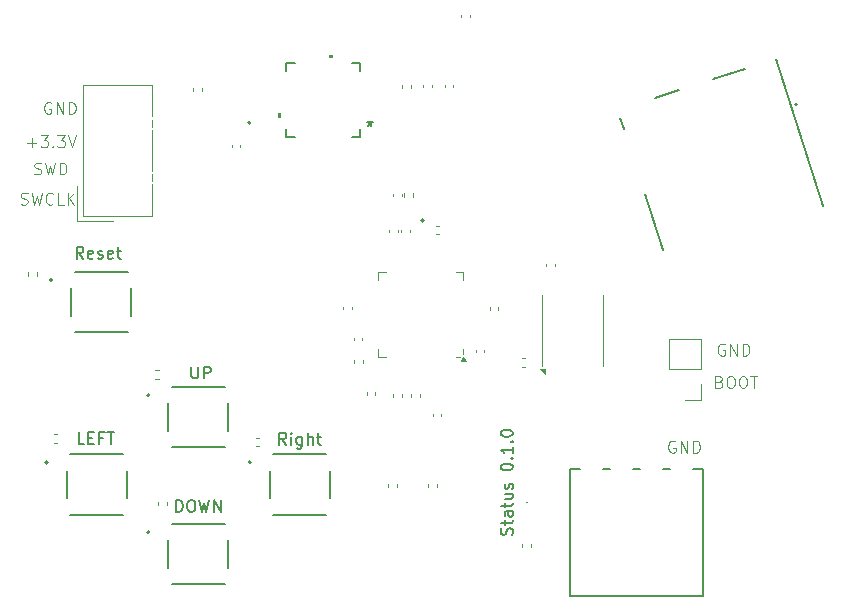
<source format=gbr>
%TF.GenerationSoftware,KiCad,Pcbnew,9.0.0*%
%TF.CreationDate,2025-05-31T20:06:25-04:00*%
%TF.ProjectId,status,73746174-7573-42e6-9b69-6361645f7063,rev?*%
%TF.SameCoordinates,Original*%
%TF.FileFunction,Legend,Top*%
%TF.FilePolarity,Positive*%
%FSLAX46Y46*%
G04 Gerber Fmt 4.6, Leading zero omitted, Abs format (unit mm)*
G04 Created by KiCad (PCBNEW 9.0.0) date 2025-05-31 20:06:25*
%MOMM*%
%LPD*%
G01*
G04 APERTURE LIST*
%ADD10C,0.200000*%
%ADD11C,0.125000*%
%ADD12C,0.120000*%
%ADD13C,0.150000*%
%ADD14C,0.100000*%
%ADD15C,0.127000*%
%ADD16C,0.152400*%
%ADD17C,0.000000*%
G04 APERTURE END LIST*
D10*
X118566101Y-93567219D02*
X118232768Y-93091028D01*
X117994673Y-93567219D02*
X117994673Y-92567219D01*
X117994673Y-92567219D02*
X118375625Y-92567219D01*
X118375625Y-92567219D02*
X118470863Y-92614838D01*
X118470863Y-92614838D02*
X118518482Y-92662457D01*
X118518482Y-92662457D02*
X118566101Y-92757695D01*
X118566101Y-92757695D02*
X118566101Y-92900552D01*
X118566101Y-92900552D02*
X118518482Y-92995790D01*
X118518482Y-92995790D02*
X118470863Y-93043409D01*
X118470863Y-93043409D02*
X118375625Y-93091028D01*
X118375625Y-93091028D02*
X117994673Y-93091028D01*
X119375625Y-93519600D02*
X119280387Y-93567219D01*
X119280387Y-93567219D02*
X119089911Y-93567219D01*
X119089911Y-93567219D02*
X118994673Y-93519600D01*
X118994673Y-93519600D02*
X118947054Y-93424361D01*
X118947054Y-93424361D02*
X118947054Y-93043409D01*
X118947054Y-93043409D02*
X118994673Y-92948171D01*
X118994673Y-92948171D02*
X119089911Y-92900552D01*
X119089911Y-92900552D02*
X119280387Y-92900552D01*
X119280387Y-92900552D02*
X119375625Y-92948171D01*
X119375625Y-92948171D02*
X119423244Y-93043409D01*
X119423244Y-93043409D02*
X119423244Y-93138647D01*
X119423244Y-93138647D02*
X118947054Y-93233885D01*
X119804197Y-93519600D02*
X119899435Y-93567219D01*
X119899435Y-93567219D02*
X120089911Y-93567219D01*
X120089911Y-93567219D02*
X120185149Y-93519600D01*
X120185149Y-93519600D02*
X120232768Y-93424361D01*
X120232768Y-93424361D02*
X120232768Y-93376742D01*
X120232768Y-93376742D02*
X120185149Y-93281504D01*
X120185149Y-93281504D02*
X120089911Y-93233885D01*
X120089911Y-93233885D02*
X119947054Y-93233885D01*
X119947054Y-93233885D02*
X119851816Y-93186266D01*
X119851816Y-93186266D02*
X119804197Y-93091028D01*
X119804197Y-93091028D02*
X119804197Y-93043409D01*
X119804197Y-93043409D02*
X119851816Y-92948171D01*
X119851816Y-92948171D02*
X119947054Y-92900552D01*
X119947054Y-92900552D02*
X120089911Y-92900552D01*
X120089911Y-92900552D02*
X120185149Y-92948171D01*
X121042292Y-93519600D02*
X120947054Y-93567219D01*
X120947054Y-93567219D02*
X120756578Y-93567219D01*
X120756578Y-93567219D02*
X120661340Y-93519600D01*
X120661340Y-93519600D02*
X120613721Y-93424361D01*
X120613721Y-93424361D02*
X120613721Y-93043409D01*
X120613721Y-93043409D02*
X120661340Y-92948171D01*
X120661340Y-92948171D02*
X120756578Y-92900552D01*
X120756578Y-92900552D02*
X120947054Y-92900552D01*
X120947054Y-92900552D02*
X121042292Y-92948171D01*
X121042292Y-92948171D02*
X121089911Y-93043409D01*
X121089911Y-93043409D02*
X121089911Y-93138647D01*
X121089911Y-93138647D02*
X120613721Y-93233885D01*
X121375626Y-92900552D02*
X121756578Y-92900552D01*
X121518483Y-92567219D02*
X121518483Y-93424361D01*
X121518483Y-93424361D02*
X121566102Y-93519600D01*
X121566102Y-93519600D02*
X121661340Y-93567219D01*
X121661340Y-93567219D02*
X121756578Y-93567219D01*
X126419673Y-115017219D02*
X126419673Y-114017219D01*
X126419673Y-114017219D02*
X126657768Y-114017219D01*
X126657768Y-114017219D02*
X126800625Y-114064838D01*
X126800625Y-114064838D02*
X126895863Y-114160076D01*
X126895863Y-114160076D02*
X126943482Y-114255314D01*
X126943482Y-114255314D02*
X126991101Y-114445790D01*
X126991101Y-114445790D02*
X126991101Y-114588647D01*
X126991101Y-114588647D02*
X126943482Y-114779123D01*
X126943482Y-114779123D02*
X126895863Y-114874361D01*
X126895863Y-114874361D02*
X126800625Y-114969600D01*
X126800625Y-114969600D02*
X126657768Y-115017219D01*
X126657768Y-115017219D02*
X126419673Y-115017219D01*
X127610149Y-114017219D02*
X127800625Y-114017219D01*
X127800625Y-114017219D02*
X127895863Y-114064838D01*
X127895863Y-114064838D02*
X127991101Y-114160076D01*
X127991101Y-114160076D02*
X128038720Y-114350552D01*
X128038720Y-114350552D02*
X128038720Y-114683885D01*
X128038720Y-114683885D02*
X127991101Y-114874361D01*
X127991101Y-114874361D02*
X127895863Y-114969600D01*
X127895863Y-114969600D02*
X127800625Y-115017219D01*
X127800625Y-115017219D02*
X127610149Y-115017219D01*
X127610149Y-115017219D02*
X127514911Y-114969600D01*
X127514911Y-114969600D02*
X127419673Y-114874361D01*
X127419673Y-114874361D02*
X127372054Y-114683885D01*
X127372054Y-114683885D02*
X127372054Y-114350552D01*
X127372054Y-114350552D02*
X127419673Y-114160076D01*
X127419673Y-114160076D02*
X127514911Y-114064838D01*
X127514911Y-114064838D02*
X127610149Y-114017219D01*
X128372054Y-114017219D02*
X128610149Y-115017219D01*
X128610149Y-115017219D02*
X128800625Y-114302933D01*
X128800625Y-114302933D02*
X128991101Y-115017219D01*
X128991101Y-115017219D02*
X129229197Y-114017219D01*
X129610149Y-115017219D02*
X129610149Y-114017219D01*
X129610149Y-114017219D02*
X130181577Y-115017219D01*
X130181577Y-115017219D02*
X130181577Y-114017219D01*
D11*
X115818712Y-80376538D02*
X115723474Y-80328919D01*
X115723474Y-80328919D02*
X115580617Y-80328919D01*
X115580617Y-80328919D02*
X115437760Y-80376538D01*
X115437760Y-80376538D02*
X115342522Y-80471776D01*
X115342522Y-80471776D02*
X115294903Y-80567014D01*
X115294903Y-80567014D02*
X115247284Y-80757490D01*
X115247284Y-80757490D02*
X115247284Y-80900347D01*
X115247284Y-80900347D02*
X115294903Y-81090823D01*
X115294903Y-81090823D02*
X115342522Y-81186061D01*
X115342522Y-81186061D02*
X115437760Y-81281300D01*
X115437760Y-81281300D02*
X115580617Y-81328919D01*
X115580617Y-81328919D02*
X115675855Y-81328919D01*
X115675855Y-81328919D02*
X115818712Y-81281300D01*
X115818712Y-81281300D02*
X115866331Y-81233680D01*
X115866331Y-81233680D02*
X115866331Y-80900347D01*
X115866331Y-80900347D02*
X115675855Y-80900347D01*
X116294903Y-81328919D02*
X116294903Y-80328919D01*
X116294903Y-80328919D02*
X116866331Y-81328919D01*
X116866331Y-81328919D02*
X116866331Y-80328919D01*
X117342522Y-81328919D02*
X117342522Y-80328919D01*
X117342522Y-80328919D02*
X117580617Y-80328919D01*
X117580617Y-80328919D02*
X117723474Y-80376538D01*
X117723474Y-80376538D02*
X117818712Y-80471776D01*
X117818712Y-80471776D02*
X117866331Y-80567014D01*
X117866331Y-80567014D02*
X117913950Y-80757490D01*
X117913950Y-80757490D02*
X117913950Y-80900347D01*
X117913950Y-80900347D02*
X117866331Y-81090823D01*
X117866331Y-81090823D02*
X117818712Y-81186061D01*
X117818712Y-81186061D02*
X117723474Y-81281300D01*
X117723474Y-81281300D02*
X117580617Y-81328919D01*
X117580617Y-81328919D02*
X117342522Y-81328919D01*
D12*
X168665851Y-109043998D02*
X168570613Y-108996379D01*
X168570613Y-108996379D02*
X168427756Y-108996379D01*
X168427756Y-108996379D02*
X168284899Y-109043998D01*
X168284899Y-109043998D02*
X168189661Y-109139236D01*
X168189661Y-109139236D02*
X168142042Y-109234474D01*
X168142042Y-109234474D02*
X168094423Y-109424950D01*
X168094423Y-109424950D02*
X168094423Y-109567807D01*
X168094423Y-109567807D02*
X168142042Y-109758283D01*
X168142042Y-109758283D02*
X168189661Y-109853521D01*
X168189661Y-109853521D02*
X168284899Y-109948760D01*
X168284899Y-109948760D02*
X168427756Y-109996379D01*
X168427756Y-109996379D02*
X168522994Y-109996379D01*
X168522994Y-109996379D02*
X168665851Y-109948760D01*
X168665851Y-109948760D02*
X168713470Y-109901140D01*
X168713470Y-109901140D02*
X168713470Y-109567807D01*
X168713470Y-109567807D02*
X168522994Y-109567807D01*
X169142042Y-109996379D02*
X169142042Y-108996379D01*
X169142042Y-108996379D02*
X169713470Y-109996379D01*
X169713470Y-109996379D02*
X169713470Y-108996379D01*
X170189661Y-109996379D02*
X170189661Y-108996379D01*
X170189661Y-108996379D02*
X170427756Y-108996379D01*
X170427756Y-108996379D02*
X170570613Y-109043998D01*
X170570613Y-109043998D02*
X170665851Y-109139236D01*
X170665851Y-109139236D02*
X170713470Y-109234474D01*
X170713470Y-109234474D02*
X170761089Y-109424950D01*
X170761089Y-109424950D02*
X170761089Y-109567807D01*
X170761089Y-109567807D02*
X170713470Y-109758283D01*
X170713470Y-109758283D02*
X170665851Y-109853521D01*
X170665851Y-109853521D02*
X170570613Y-109948760D01*
X170570613Y-109948760D02*
X170427756Y-109996379D01*
X170427756Y-109996379D02*
X170189661Y-109996379D01*
D10*
X135741101Y-109317219D02*
X135407768Y-108841028D01*
X135169673Y-109317219D02*
X135169673Y-108317219D01*
X135169673Y-108317219D02*
X135550625Y-108317219D01*
X135550625Y-108317219D02*
X135645863Y-108364838D01*
X135645863Y-108364838D02*
X135693482Y-108412457D01*
X135693482Y-108412457D02*
X135741101Y-108507695D01*
X135741101Y-108507695D02*
X135741101Y-108650552D01*
X135741101Y-108650552D02*
X135693482Y-108745790D01*
X135693482Y-108745790D02*
X135645863Y-108793409D01*
X135645863Y-108793409D02*
X135550625Y-108841028D01*
X135550625Y-108841028D02*
X135169673Y-108841028D01*
X136169673Y-109317219D02*
X136169673Y-108650552D01*
X136169673Y-108317219D02*
X136122054Y-108364838D01*
X136122054Y-108364838D02*
X136169673Y-108412457D01*
X136169673Y-108412457D02*
X136217292Y-108364838D01*
X136217292Y-108364838D02*
X136169673Y-108317219D01*
X136169673Y-108317219D02*
X136169673Y-108412457D01*
X137074434Y-108650552D02*
X137074434Y-109460076D01*
X137074434Y-109460076D02*
X137026815Y-109555314D01*
X137026815Y-109555314D02*
X136979196Y-109602933D01*
X136979196Y-109602933D02*
X136883958Y-109650552D01*
X136883958Y-109650552D02*
X136741101Y-109650552D01*
X136741101Y-109650552D02*
X136645863Y-109602933D01*
X137074434Y-109269600D02*
X136979196Y-109317219D01*
X136979196Y-109317219D02*
X136788720Y-109317219D01*
X136788720Y-109317219D02*
X136693482Y-109269600D01*
X136693482Y-109269600D02*
X136645863Y-109221980D01*
X136645863Y-109221980D02*
X136598244Y-109126742D01*
X136598244Y-109126742D02*
X136598244Y-108841028D01*
X136598244Y-108841028D02*
X136645863Y-108745790D01*
X136645863Y-108745790D02*
X136693482Y-108698171D01*
X136693482Y-108698171D02*
X136788720Y-108650552D01*
X136788720Y-108650552D02*
X136979196Y-108650552D01*
X136979196Y-108650552D02*
X137074434Y-108698171D01*
X137550625Y-109317219D02*
X137550625Y-108317219D01*
X137979196Y-109317219D02*
X137979196Y-108793409D01*
X137979196Y-108793409D02*
X137931577Y-108698171D01*
X137931577Y-108698171D02*
X137836339Y-108650552D01*
X137836339Y-108650552D02*
X137693482Y-108650552D01*
X137693482Y-108650552D02*
X137598244Y-108698171D01*
X137598244Y-108698171D02*
X137550625Y-108745790D01*
X138312530Y-108650552D02*
X138693482Y-108650552D01*
X138455387Y-108317219D02*
X138455387Y-109174361D01*
X138455387Y-109174361D02*
X138503006Y-109269600D01*
X138503006Y-109269600D02*
X138598244Y-109317219D01*
X138598244Y-109317219D02*
X138693482Y-109317219D01*
X154859600Y-116967945D02*
X154907219Y-116825088D01*
X154907219Y-116825088D02*
X154907219Y-116586993D01*
X154907219Y-116586993D02*
X154859600Y-116491755D01*
X154859600Y-116491755D02*
X154811980Y-116444136D01*
X154811980Y-116444136D02*
X154716742Y-116396517D01*
X154716742Y-116396517D02*
X154621504Y-116396517D01*
X154621504Y-116396517D02*
X154526266Y-116444136D01*
X154526266Y-116444136D02*
X154478647Y-116491755D01*
X154478647Y-116491755D02*
X154431028Y-116586993D01*
X154431028Y-116586993D02*
X154383409Y-116777469D01*
X154383409Y-116777469D02*
X154335790Y-116872707D01*
X154335790Y-116872707D02*
X154288171Y-116920326D01*
X154288171Y-116920326D02*
X154192933Y-116967945D01*
X154192933Y-116967945D02*
X154097695Y-116967945D01*
X154097695Y-116967945D02*
X154002457Y-116920326D01*
X154002457Y-116920326D02*
X153954838Y-116872707D01*
X153954838Y-116872707D02*
X153907219Y-116777469D01*
X153907219Y-116777469D02*
X153907219Y-116539374D01*
X153907219Y-116539374D02*
X153954838Y-116396517D01*
X154240552Y-116110802D02*
X154240552Y-115729850D01*
X153907219Y-115967945D02*
X154764361Y-115967945D01*
X154764361Y-115967945D02*
X154859600Y-115920326D01*
X154859600Y-115920326D02*
X154907219Y-115825088D01*
X154907219Y-115825088D02*
X154907219Y-115729850D01*
X154907219Y-114967945D02*
X154383409Y-114967945D01*
X154383409Y-114967945D02*
X154288171Y-115015564D01*
X154288171Y-115015564D02*
X154240552Y-115110802D01*
X154240552Y-115110802D02*
X154240552Y-115301278D01*
X154240552Y-115301278D02*
X154288171Y-115396516D01*
X154859600Y-114967945D02*
X154907219Y-115063183D01*
X154907219Y-115063183D02*
X154907219Y-115301278D01*
X154907219Y-115301278D02*
X154859600Y-115396516D01*
X154859600Y-115396516D02*
X154764361Y-115444135D01*
X154764361Y-115444135D02*
X154669123Y-115444135D01*
X154669123Y-115444135D02*
X154573885Y-115396516D01*
X154573885Y-115396516D02*
X154526266Y-115301278D01*
X154526266Y-115301278D02*
X154526266Y-115063183D01*
X154526266Y-115063183D02*
X154478647Y-114967945D01*
X154240552Y-114634611D02*
X154240552Y-114253659D01*
X153907219Y-114491754D02*
X154764361Y-114491754D01*
X154764361Y-114491754D02*
X154859600Y-114444135D01*
X154859600Y-114444135D02*
X154907219Y-114348897D01*
X154907219Y-114348897D02*
X154907219Y-114253659D01*
X154240552Y-113491754D02*
X154907219Y-113491754D01*
X154240552Y-113920325D02*
X154764361Y-113920325D01*
X154764361Y-113920325D02*
X154859600Y-113872706D01*
X154859600Y-113872706D02*
X154907219Y-113777468D01*
X154907219Y-113777468D02*
X154907219Y-113634611D01*
X154907219Y-113634611D02*
X154859600Y-113539373D01*
X154859600Y-113539373D02*
X154811980Y-113491754D01*
X154859600Y-113063182D02*
X154907219Y-112967944D01*
X154907219Y-112967944D02*
X154907219Y-112777468D01*
X154907219Y-112777468D02*
X154859600Y-112682230D01*
X154859600Y-112682230D02*
X154764361Y-112634611D01*
X154764361Y-112634611D02*
X154716742Y-112634611D01*
X154716742Y-112634611D02*
X154621504Y-112682230D01*
X154621504Y-112682230D02*
X154573885Y-112777468D01*
X154573885Y-112777468D02*
X154573885Y-112920325D01*
X154573885Y-112920325D02*
X154526266Y-113015563D01*
X154526266Y-113015563D02*
X154431028Y-113063182D01*
X154431028Y-113063182D02*
X154383409Y-113063182D01*
X154383409Y-113063182D02*
X154288171Y-113015563D01*
X154288171Y-113015563D02*
X154240552Y-112920325D01*
X154240552Y-112920325D02*
X154240552Y-112777468D01*
X154240552Y-112777468D02*
X154288171Y-112682230D01*
X153907219Y-111253658D02*
X153907219Y-111158420D01*
X153907219Y-111158420D02*
X153954838Y-111063182D01*
X153954838Y-111063182D02*
X154002457Y-111015563D01*
X154002457Y-111015563D02*
X154097695Y-110967944D01*
X154097695Y-110967944D02*
X154288171Y-110920325D01*
X154288171Y-110920325D02*
X154526266Y-110920325D01*
X154526266Y-110920325D02*
X154716742Y-110967944D01*
X154716742Y-110967944D02*
X154811980Y-111015563D01*
X154811980Y-111015563D02*
X154859600Y-111063182D01*
X154859600Y-111063182D02*
X154907219Y-111158420D01*
X154907219Y-111158420D02*
X154907219Y-111253658D01*
X154907219Y-111253658D02*
X154859600Y-111348896D01*
X154859600Y-111348896D02*
X154811980Y-111396515D01*
X154811980Y-111396515D02*
X154716742Y-111444134D01*
X154716742Y-111444134D02*
X154526266Y-111491753D01*
X154526266Y-111491753D02*
X154288171Y-111491753D01*
X154288171Y-111491753D02*
X154097695Y-111444134D01*
X154097695Y-111444134D02*
X154002457Y-111396515D01*
X154002457Y-111396515D02*
X153954838Y-111348896D01*
X153954838Y-111348896D02*
X153907219Y-111253658D01*
X154811980Y-110491753D02*
X154859600Y-110444134D01*
X154859600Y-110444134D02*
X154907219Y-110491753D01*
X154907219Y-110491753D02*
X154859600Y-110539372D01*
X154859600Y-110539372D02*
X154811980Y-110491753D01*
X154811980Y-110491753D02*
X154907219Y-110491753D01*
X154907219Y-109491754D02*
X154907219Y-110063182D01*
X154907219Y-109777468D02*
X153907219Y-109777468D01*
X153907219Y-109777468D02*
X154050076Y-109872706D01*
X154050076Y-109872706D02*
X154145314Y-109967944D01*
X154145314Y-109967944D02*
X154192933Y-110063182D01*
X154811980Y-109063182D02*
X154859600Y-109015563D01*
X154859600Y-109015563D02*
X154907219Y-109063182D01*
X154907219Y-109063182D02*
X154859600Y-109110801D01*
X154859600Y-109110801D02*
X154811980Y-109063182D01*
X154811980Y-109063182D02*
X154907219Y-109063182D01*
X153907219Y-108396516D02*
X153907219Y-108301278D01*
X153907219Y-108301278D02*
X153954838Y-108206040D01*
X153954838Y-108206040D02*
X154002457Y-108158421D01*
X154002457Y-108158421D02*
X154097695Y-108110802D01*
X154097695Y-108110802D02*
X154288171Y-108063183D01*
X154288171Y-108063183D02*
X154526266Y-108063183D01*
X154526266Y-108063183D02*
X154716742Y-108110802D01*
X154716742Y-108110802D02*
X154811980Y-108158421D01*
X154811980Y-108158421D02*
X154859600Y-108206040D01*
X154859600Y-108206040D02*
X154907219Y-108301278D01*
X154907219Y-108301278D02*
X154907219Y-108396516D01*
X154907219Y-108396516D02*
X154859600Y-108491754D01*
X154859600Y-108491754D02*
X154811980Y-108539373D01*
X154811980Y-108539373D02*
X154716742Y-108586992D01*
X154716742Y-108586992D02*
X154526266Y-108634611D01*
X154526266Y-108634611D02*
X154288171Y-108634611D01*
X154288171Y-108634611D02*
X154097695Y-108586992D01*
X154097695Y-108586992D02*
X154002457Y-108539373D01*
X154002457Y-108539373D02*
X153954838Y-108491754D01*
X153954838Y-108491754D02*
X153907219Y-108396516D01*
D11*
X113272712Y-88948500D02*
X113415569Y-88996119D01*
X113415569Y-88996119D02*
X113653664Y-88996119D01*
X113653664Y-88996119D02*
X113748902Y-88948500D01*
X113748902Y-88948500D02*
X113796521Y-88900880D01*
X113796521Y-88900880D02*
X113844140Y-88805642D01*
X113844140Y-88805642D02*
X113844140Y-88710404D01*
X113844140Y-88710404D02*
X113796521Y-88615166D01*
X113796521Y-88615166D02*
X113748902Y-88567547D01*
X113748902Y-88567547D02*
X113653664Y-88519928D01*
X113653664Y-88519928D02*
X113463188Y-88472309D01*
X113463188Y-88472309D02*
X113367950Y-88424690D01*
X113367950Y-88424690D02*
X113320331Y-88377071D01*
X113320331Y-88377071D02*
X113272712Y-88281833D01*
X113272712Y-88281833D02*
X113272712Y-88186595D01*
X113272712Y-88186595D02*
X113320331Y-88091357D01*
X113320331Y-88091357D02*
X113367950Y-88043738D01*
X113367950Y-88043738D02*
X113463188Y-87996119D01*
X113463188Y-87996119D02*
X113701283Y-87996119D01*
X113701283Y-87996119D02*
X113844140Y-88043738D01*
X114177474Y-87996119D02*
X114415569Y-88996119D01*
X114415569Y-88996119D02*
X114606045Y-88281833D01*
X114606045Y-88281833D02*
X114796521Y-88996119D01*
X114796521Y-88996119D02*
X115034617Y-87996119D01*
X115986997Y-88900880D02*
X115939378Y-88948500D01*
X115939378Y-88948500D02*
X115796521Y-88996119D01*
X115796521Y-88996119D02*
X115701283Y-88996119D01*
X115701283Y-88996119D02*
X115558426Y-88948500D01*
X115558426Y-88948500D02*
X115463188Y-88853261D01*
X115463188Y-88853261D02*
X115415569Y-88758023D01*
X115415569Y-88758023D02*
X115367950Y-88567547D01*
X115367950Y-88567547D02*
X115367950Y-88424690D01*
X115367950Y-88424690D02*
X115415569Y-88234214D01*
X115415569Y-88234214D02*
X115463188Y-88138976D01*
X115463188Y-88138976D02*
X115558426Y-88043738D01*
X115558426Y-88043738D02*
X115701283Y-87996119D01*
X115701283Y-87996119D02*
X115796521Y-87996119D01*
X115796521Y-87996119D02*
X115939378Y-88043738D01*
X115939378Y-88043738D02*
X115986997Y-88091357D01*
X116891759Y-88996119D02*
X116415569Y-88996119D01*
X116415569Y-88996119D02*
X116415569Y-87996119D01*
X117225093Y-88996119D02*
X117225093Y-87996119D01*
X117796521Y-88996119D02*
X117367950Y-88424690D01*
X117796521Y-87996119D02*
X117225093Y-88567547D01*
D10*
X127719673Y-102717219D02*
X127719673Y-103526742D01*
X127719673Y-103526742D02*
X127767292Y-103621980D01*
X127767292Y-103621980D02*
X127814911Y-103669600D01*
X127814911Y-103669600D02*
X127910149Y-103717219D01*
X127910149Y-103717219D02*
X128100625Y-103717219D01*
X128100625Y-103717219D02*
X128195863Y-103669600D01*
X128195863Y-103669600D02*
X128243482Y-103621980D01*
X128243482Y-103621980D02*
X128291101Y-103526742D01*
X128291101Y-103526742D02*
X128291101Y-102717219D01*
X128767292Y-103717219D02*
X128767292Y-102717219D01*
X128767292Y-102717219D02*
X129148244Y-102717219D01*
X129148244Y-102717219D02*
X129243482Y-102764838D01*
X129243482Y-102764838D02*
X129291101Y-102812457D01*
X129291101Y-102812457D02*
X129338720Y-102907695D01*
X129338720Y-102907695D02*
X129338720Y-103050552D01*
X129338720Y-103050552D02*
X129291101Y-103145790D01*
X129291101Y-103145790D02*
X129243482Y-103193409D01*
X129243482Y-103193409D02*
X129148244Y-103241028D01*
X129148244Y-103241028D02*
X128767292Y-103241028D01*
D12*
X172849651Y-100823798D02*
X172754413Y-100776179D01*
X172754413Y-100776179D02*
X172611556Y-100776179D01*
X172611556Y-100776179D02*
X172468699Y-100823798D01*
X172468699Y-100823798D02*
X172373461Y-100919036D01*
X172373461Y-100919036D02*
X172325842Y-101014274D01*
X172325842Y-101014274D02*
X172278223Y-101204750D01*
X172278223Y-101204750D02*
X172278223Y-101347607D01*
X172278223Y-101347607D02*
X172325842Y-101538083D01*
X172325842Y-101538083D02*
X172373461Y-101633321D01*
X172373461Y-101633321D02*
X172468699Y-101728560D01*
X172468699Y-101728560D02*
X172611556Y-101776179D01*
X172611556Y-101776179D02*
X172706794Y-101776179D01*
X172706794Y-101776179D02*
X172849651Y-101728560D01*
X172849651Y-101728560D02*
X172897270Y-101680940D01*
X172897270Y-101680940D02*
X172897270Y-101347607D01*
X172897270Y-101347607D02*
X172706794Y-101347607D01*
X173325842Y-101776179D02*
X173325842Y-100776179D01*
X173325842Y-100776179D02*
X173897270Y-101776179D01*
X173897270Y-101776179D02*
X173897270Y-100776179D01*
X174373461Y-101776179D02*
X174373461Y-100776179D01*
X174373461Y-100776179D02*
X174611556Y-100776179D01*
X174611556Y-100776179D02*
X174754413Y-100823798D01*
X174754413Y-100823798D02*
X174849651Y-100919036D01*
X174849651Y-100919036D02*
X174897270Y-101014274D01*
X174897270Y-101014274D02*
X174944889Y-101204750D01*
X174944889Y-101204750D02*
X174944889Y-101347607D01*
X174944889Y-101347607D02*
X174897270Y-101538083D01*
X174897270Y-101538083D02*
X174849651Y-101633321D01*
X174849651Y-101633321D02*
X174754413Y-101728560D01*
X174754413Y-101728560D02*
X174611556Y-101776179D01*
X174611556Y-101776179D02*
X174373461Y-101776179D01*
D11*
X114422712Y-86398500D02*
X114565569Y-86446119D01*
X114565569Y-86446119D02*
X114803664Y-86446119D01*
X114803664Y-86446119D02*
X114898902Y-86398500D01*
X114898902Y-86398500D02*
X114946521Y-86350880D01*
X114946521Y-86350880D02*
X114994140Y-86255642D01*
X114994140Y-86255642D02*
X114994140Y-86160404D01*
X114994140Y-86160404D02*
X114946521Y-86065166D01*
X114946521Y-86065166D02*
X114898902Y-86017547D01*
X114898902Y-86017547D02*
X114803664Y-85969928D01*
X114803664Y-85969928D02*
X114613188Y-85922309D01*
X114613188Y-85922309D02*
X114517950Y-85874690D01*
X114517950Y-85874690D02*
X114470331Y-85827071D01*
X114470331Y-85827071D02*
X114422712Y-85731833D01*
X114422712Y-85731833D02*
X114422712Y-85636595D01*
X114422712Y-85636595D02*
X114470331Y-85541357D01*
X114470331Y-85541357D02*
X114517950Y-85493738D01*
X114517950Y-85493738D02*
X114613188Y-85446119D01*
X114613188Y-85446119D02*
X114851283Y-85446119D01*
X114851283Y-85446119D02*
X114994140Y-85493738D01*
X115327474Y-85446119D02*
X115565569Y-86446119D01*
X115565569Y-86446119D02*
X115756045Y-85731833D01*
X115756045Y-85731833D02*
X115946521Y-86446119D01*
X115946521Y-86446119D02*
X116184617Y-85446119D01*
X116565569Y-86446119D02*
X116565569Y-85446119D01*
X116565569Y-85446119D02*
X116803664Y-85446119D01*
X116803664Y-85446119D02*
X116946521Y-85493738D01*
X116946521Y-85493738D02*
X117041759Y-85588976D01*
X117041759Y-85588976D02*
X117089378Y-85684214D01*
X117089378Y-85684214D02*
X117136997Y-85874690D01*
X117136997Y-85874690D02*
X117136997Y-86017547D01*
X117136997Y-86017547D02*
X117089378Y-86208023D01*
X117089378Y-86208023D02*
X117041759Y-86303261D01*
X117041759Y-86303261D02*
X116946521Y-86398500D01*
X116946521Y-86398500D02*
X116803664Y-86446119D01*
X116803664Y-86446119D02*
X116565569Y-86446119D01*
X172419607Y-103995309D02*
X172562464Y-104042928D01*
X172562464Y-104042928D02*
X172610083Y-104090547D01*
X172610083Y-104090547D02*
X172657702Y-104185785D01*
X172657702Y-104185785D02*
X172657702Y-104328642D01*
X172657702Y-104328642D02*
X172610083Y-104423880D01*
X172610083Y-104423880D02*
X172562464Y-104471500D01*
X172562464Y-104471500D02*
X172467226Y-104519119D01*
X172467226Y-104519119D02*
X172086274Y-104519119D01*
X172086274Y-104519119D02*
X172086274Y-103519119D01*
X172086274Y-103519119D02*
X172419607Y-103519119D01*
X172419607Y-103519119D02*
X172514845Y-103566738D01*
X172514845Y-103566738D02*
X172562464Y-103614357D01*
X172562464Y-103614357D02*
X172610083Y-103709595D01*
X172610083Y-103709595D02*
X172610083Y-103804833D01*
X172610083Y-103804833D02*
X172562464Y-103900071D01*
X172562464Y-103900071D02*
X172514845Y-103947690D01*
X172514845Y-103947690D02*
X172419607Y-103995309D01*
X172419607Y-103995309D02*
X172086274Y-103995309D01*
X173276750Y-103519119D02*
X173467226Y-103519119D01*
X173467226Y-103519119D02*
X173562464Y-103566738D01*
X173562464Y-103566738D02*
X173657702Y-103661976D01*
X173657702Y-103661976D02*
X173705321Y-103852452D01*
X173705321Y-103852452D02*
X173705321Y-104185785D01*
X173705321Y-104185785D02*
X173657702Y-104376261D01*
X173657702Y-104376261D02*
X173562464Y-104471500D01*
X173562464Y-104471500D02*
X173467226Y-104519119D01*
X173467226Y-104519119D02*
X173276750Y-104519119D01*
X173276750Y-104519119D02*
X173181512Y-104471500D01*
X173181512Y-104471500D02*
X173086274Y-104376261D01*
X173086274Y-104376261D02*
X173038655Y-104185785D01*
X173038655Y-104185785D02*
X173038655Y-103852452D01*
X173038655Y-103852452D02*
X173086274Y-103661976D01*
X173086274Y-103661976D02*
X173181512Y-103566738D01*
X173181512Y-103566738D02*
X173276750Y-103519119D01*
X174324369Y-103519119D02*
X174514845Y-103519119D01*
X174514845Y-103519119D02*
X174610083Y-103566738D01*
X174610083Y-103566738D02*
X174705321Y-103661976D01*
X174705321Y-103661976D02*
X174752940Y-103852452D01*
X174752940Y-103852452D02*
X174752940Y-104185785D01*
X174752940Y-104185785D02*
X174705321Y-104376261D01*
X174705321Y-104376261D02*
X174610083Y-104471500D01*
X174610083Y-104471500D02*
X174514845Y-104519119D01*
X174514845Y-104519119D02*
X174324369Y-104519119D01*
X174324369Y-104519119D02*
X174229131Y-104471500D01*
X174229131Y-104471500D02*
X174133893Y-104376261D01*
X174133893Y-104376261D02*
X174086274Y-104185785D01*
X174086274Y-104185785D02*
X174086274Y-103852452D01*
X174086274Y-103852452D02*
X174133893Y-103661976D01*
X174133893Y-103661976D02*
X174229131Y-103566738D01*
X174229131Y-103566738D02*
X174324369Y-103519119D01*
X175038655Y-103519119D02*
X175610083Y-103519119D01*
X175324369Y-104519119D02*
X175324369Y-103519119D01*
D10*
X118645863Y-109267219D02*
X118169673Y-109267219D01*
X118169673Y-109267219D02*
X118169673Y-108267219D01*
X118979197Y-108743409D02*
X119312530Y-108743409D01*
X119455387Y-109267219D02*
X118979197Y-109267219D01*
X118979197Y-109267219D02*
X118979197Y-108267219D01*
X118979197Y-108267219D02*
X119455387Y-108267219D01*
X120217292Y-108743409D02*
X119883959Y-108743409D01*
X119883959Y-109267219D02*
X119883959Y-108267219D01*
X119883959Y-108267219D02*
X120360149Y-108267219D01*
X120598245Y-108267219D02*
X121169673Y-108267219D01*
X120883959Y-109267219D02*
X120883959Y-108267219D01*
D11*
X113795331Y-83765166D02*
X114557236Y-83765166D01*
X114176283Y-84146119D02*
X114176283Y-83384214D01*
X114938188Y-83146119D02*
X115557235Y-83146119D01*
X115557235Y-83146119D02*
X115223902Y-83527071D01*
X115223902Y-83527071D02*
X115366759Y-83527071D01*
X115366759Y-83527071D02*
X115461997Y-83574690D01*
X115461997Y-83574690D02*
X115509616Y-83622309D01*
X115509616Y-83622309D02*
X115557235Y-83717547D01*
X115557235Y-83717547D02*
X115557235Y-83955642D01*
X115557235Y-83955642D02*
X115509616Y-84050880D01*
X115509616Y-84050880D02*
X115461997Y-84098500D01*
X115461997Y-84098500D02*
X115366759Y-84146119D01*
X115366759Y-84146119D02*
X115081045Y-84146119D01*
X115081045Y-84146119D02*
X114985807Y-84098500D01*
X114985807Y-84098500D02*
X114938188Y-84050880D01*
X115985807Y-84050880D02*
X116033426Y-84098500D01*
X116033426Y-84098500D02*
X115985807Y-84146119D01*
X115985807Y-84146119D02*
X115938188Y-84098500D01*
X115938188Y-84098500D02*
X115985807Y-84050880D01*
X115985807Y-84050880D02*
X115985807Y-84146119D01*
X116366759Y-83146119D02*
X116985806Y-83146119D01*
X116985806Y-83146119D02*
X116652473Y-83527071D01*
X116652473Y-83527071D02*
X116795330Y-83527071D01*
X116795330Y-83527071D02*
X116890568Y-83574690D01*
X116890568Y-83574690D02*
X116938187Y-83622309D01*
X116938187Y-83622309D02*
X116985806Y-83717547D01*
X116985806Y-83717547D02*
X116985806Y-83955642D01*
X116985806Y-83955642D02*
X116938187Y-84050880D01*
X116938187Y-84050880D02*
X116890568Y-84098500D01*
X116890568Y-84098500D02*
X116795330Y-84146119D01*
X116795330Y-84146119D02*
X116509616Y-84146119D01*
X116509616Y-84146119D02*
X116414378Y-84098500D01*
X116414378Y-84098500D02*
X116366759Y-84050880D01*
X117271521Y-83146119D02*
X117604854Y-84146119D01*
X117604854Y-84146119D02*
X117938187Y-83146119D01*
D13*
X142817000Y-81893819D02*
X142817000Y-82131914D01*
X142578905Y-82036676D02*
X142817000Y-82131914D01*
X142817000Y-82131914D02*
X143055095Y-82036676D01*
X142674143Y-82322390D02*
X142817000Y-82131914D01*
X142817000Y-82131914D02*
X142959857Y-82322390D01*
D12*
%TO.C,U4*%
X157365449Y-102646000D02*
X157365449Y-96656000D01*
X162585449Y-102656000D02*
X162585449Y-96656000D01*
X157665449Y-103366000D02*
X157185449Y-102886000D01*
X157665449Y-102886000D01*
X157665449Y-103366000D01*
G36*
X157665449Y-103366000D02*
G01*
X157185449Y-102886000D01*
X157665449Y-102886000D01*
X157665449Y-103366000D01*
G37*
%TO.C,C15*%
X152979800Y-97923236D02*
X152979800Y-97707564D01*
X153699800Y-97923236D02*
X153699800Y-97707564D01*
%TO.C,C7*%
X151786000Y-101504636D02*
X151786000Y-101288964D01*
X152506000Y-101504636D02*
X152506000Y-101288964D01*
%TO.C,R13*%
X145543000Y-78842359D02*
X145543000Y-79149641D01*
X146303000Y-78842359D02*
X146303000Y-79149641D01*
%TO.C,R8*%
X124920000Y-114453641D02*
X124920000Y-114146359D01*
X125680000Y-114453641D02*
X125680000Y-114146359D01*
%TO.C,R7*%
X116353641Y-108420000D02*
X116046359Y-108420000D01*
X116353641Y-109180000D02*
X116046359Y-109180000D01*
%TO.C,C5*%
X147353700Y-78868164D02*
X147353700Y-79083836D01*
X148073700Y-78868164D02*
X148073700Y-79083836D01*
%TO.C,C12*%
X141486600Y-102403436D02*
X141486600Y-102187764D01*
X142206600Y-102403436D02*
X142206600Y-102187764D01*
%TO.C,C10*%
X144445400Y-91128964D02*
X144445400Y-91344636D01*
X145165400Y-91128964D02*
X145165400Y-91344636D01*
%TO.C,R3*%
X145745000Y-88353641D02*
X145745000Y-88046359D01*
X146505000Y-88353641D02*
X146505000Y-88046359D01*
%TO.C,C22*%
X131140000Y-84157836D02*
X131140000Y-83942164D01*
X131860000Y-84157836D02*
X131860000Y-83942164D01*
D14*
%TO.C,D1*%
X156150000Y-114235000D02*
G75*
G02*
X156050000Y-114235000I-50000J0D01*
G01*
X156050000Y-114235000D02*
G75*
G02*
X156150000Y-114235000I50000J0D01*
G01*
D12*
%TO.C,C9*%
X142565800Y-105086036D02*
X142565800Y-104870364D01*
X143285800Y-105086036D02*
X143285800Y-104870364D01*
%TO.C,C14*%
X141473600Y-100272964D02*
X141473600Y-100488636D01*
X142193600Y-100272964D02*
X142193600Y-100488636D01*
D15*
%TO.C,J4*%
X164028044Y-81657436D02*
X164337679Y-82610395D01*
X166113909Y-88077068D02*
X167659612Y-92834252D01*
X169003025Y-79332282D02*
X167005806Y-79981217D01*
X174614258Y-77509081D02*
X171856194Y-78405231D01*
X177182111Y-76674735D02*
X181230233Y-89133576D01*
D10*
X178998687Y-80501583D02*
G75*
G02*
X178798687Y-80501583I-100000J0D01*
G01*
X178798687Y-80501583D02*
G75*
G02*
X178998687Y-80501583I100000J0D01*
G01*
D12*
%TO.C,R14*%
X155720000Y-117696359D02*
X155720000Y-118003641D01*
X156480000Y-117696359D02*
X156480000Y-118003641D01*
D16*
%TO.C,J2*%
X159761200Y-111380300D02*
X159761200Y-122099100D01*
X159761200Y-122099100D02*
X171038800Y-122099100D01*
X160626469Y-111380300D02*
X159761200Y-111380300D01*
X163166469Y-111380300D02*
X162553531Y-111380300D01*
X165706469Y-111380300D02*
X165093531Y-111380300D01*
X168246469Y-111380300D02*
X167633531Y-111380300D01*
X171038800Y-111380300D02*
X170173531Y-111380300D01*
X171038800Y-122099100D02*
X171038800Y-111380300D01*
D12*
%TO.C,R15*%
X113845000Y-95038641D02*
X113845000Y-94731359D01*
X114605000Y-95038641D02*
X114605000Y-94731359D01*
%TO.C,R9*%
X133453641Y-108720000D02*
X133146359Y-108720000D01*
X133453641Y-109480000D02*
X133146359Y-109480000D01*
D15*
%TO.C,S7*%
X117150000Y-111520000D02*
X117150000Y-113880000D01*
X121950000Y-110150000D02*
X117450000Y-110150000D01*
X121950000Y-115250000D02*
X117450000Y-115250000D01*
X122250000Y-113880000D02*
X122250000Y-111520000D01*
D10*
X115550000Y-110825000D02*
G75*
G02*
X115350000Y-110825000I-100000J0D01*
G01*
X115350000Y-110825000D02*
G75*
G02*
X115550000Y-110825000I100000J0D01*
G01*
D12*
%TO.C,J3*%
X118050000Y-90425000D02*
X118050000Y-87425000D01*
X118500000Y-89925000D02*
X118500000Y-78875000D01*
X121050000Y-90425000D02*
X118050000Y-90425000D01*
X124350000Y-78875000D02*
X118500000Y-78875000D01*
X124350000Y-81525000D02*
X124350000Y-78875000D01*
X124350000Y-82425000D02*
X124350000Y-81825000D01*
X124350000Y-86175000D02*
X124350000Y-82675000D01*
X124350000Y-87025000D02*
X124350000Y-86425000D01*
X124350000Y-89925000D02*
X118500000Y-89925000D01*
X124350000Y-89925000D02*
X124350000Y-87275000D01*
D16*
%TO.C,X1*%
X147377400Y-90333700D02*
G75*
G02*
X147123400Y-90333700I-127000J0D01*
G01*
X147123400Y-90333700D02*
G75*
G02*
X147377400Y-90333700I127000J0D01*
G01*
D12*
%TO.C,C4*%
X149144400Y-78868164D02*
X149144400Y-79083836D01*
X149864400Y-78868164D02*
X149864400Y-79083836D01*
%TO.C,J7*%
X168160000Y-102955000D02*
X168160000Y-100355000D01*
X170820000Y-100355000D02*
X168160000Y-100355000D01*
X170820000Y-102955000D02*
X168160000Y-102955000D01*
X170820000Y-102955000D02*
X170820000Y-100355000D01*
X170820000Y-104225000D02*
X170820000Y-105555000D01*
X170820000Y-105555000D02*
X169490000Y-105555000D01*
%TO.C,R5*%
X144770000Y-105002359D02*
X144770000Y-105309641D01*
X145530000Y-105002359D02*
X145530000Y-105309641D01*
%TO.C,C18*%
X144790000Y-88092164D02*
X144790000Y-88307836D01*
X145510000Y-88092164D02*
X145510000Y-88307836D01*
%TO.C,C6*%
X127890000Y-79167164D02*
X127890000Y-79382836D01*
X128610000Y-79167164D02*
X128610000Y-79382836D01*
D15*
%TO.C,S9*%
X125750000Y-117420000D02*
X125750000Y-119780000D01*
X130550000Y-116050000D02*
X126050000Y-116050000D01*
X130550000Y-121150000D02*
X126050000Y-121150000D01*
X130850000Y-119780000D02*
X130850000Y-117420000D01*
D10*
X124150000Y-116725000D02*
G75*
G02*
X123950000Y-116725000I-100000J0D01*
G01*
X123950000Y-116725000D02*
G75*
G02*
X124150000Y-116725000I100000J0D01*
G01*
D12*
%TO.C,C17*%
X157755000Y-93999164D02*
X157755000Y-94214836D01*
X158475000Y-93999164D02*
X158475000Y-94214836D01*
D16*
%TO.C,U1*%
X135755800Y-77039800D02*
X135755800Y-77728859D01*
X135755800Y-82599139D02*
X135755800Y-83288200D01*
X135755800Y-83288200D02*
X136444859Y-83288200D01*
X136444861Y-77039800D02*
X135755800Y-77039800D01*
X141315139Y-83288200D02*
X142004200Y-83288200D01*
X142004200Y-77039800D02*
X141315141Y-77039800D01*
X142004200Y-77728861D02*
X142004200Y-77039800D01*
X142004200Y-83288200D02*
X142004200Y-82599141D01*
D17*
G36*
X135324000Y-81654500D02*
G01*
X135070000Y-81654500D01*
X135070000Y-81273500D01*
X135324000Y-81273500D01*
X135324000Y-81654500D01*
G37*
G36*
X139720499Y-76608000D02*
G01*
X139339499Y-76608000D01*
X139339499Y-76354000D01*
X139720499Y-76354000D01*
X139720499Y-76608000D01*
G37*
D10*
%TO.C,Y1*%
X132700000Y-82075000D02*
G75*
G02*
X132500000Y-82075000I-100000J0D01*
G01*
X132500000Y-82075000D02*
G75*
G02*
X132700000Y-82075000I100000J0D01*
G01*
D12*
%TO.C,C20*%
X145461400Y-91128964D02*
X145461400Y-91344636D01*
X146181400Y-91128964D02*
X146181400Y-91344636D01*
%TO.C,R4*%
X146305000Y-105002359D02*
X146305000Y-105309641D01*
X147065000Y-105002359D02*
X147065000Y-105309641D01*
D15*
%TO.C,S11*%
X117525000Y-96070000D02*
X117525000Y-98430000D01*
X122325000Y-94700000D02*
X117825000Y-94700000D01*
X122325000Y-99800000D02*
X117825000Y-99800000D01*
X122625000Y-98430000D02*
X122625000Y-96070000D01*
D10*
X115925000Y-95375000D02*
G75*
G02*
X115725000Y-95375000I-100000J0D01*
G01*
X115725000Y-95375000D02*
G75*
G02*
X115925000Y-95375000I100000J0D01*
G01*
D12*
%TO.C,U2*%
X143520000Y-94692500D02*
X143520000Y-95342500D01*
X143520000Y-101912500D02*
X143520000Y-101262500D01*
X144170000Y-94692500D02*
X143520000Y-94692500D01*
X144170000Y-101912500D02*
X143520000Y-101912500D01*
X150090000Y-94692500D02*
X150740000Y-94692500D01*
X150090000Y-101912500D02*
X150440000Y-101912500D01*
X150740000Y-94692500D02*
X150740000Y-95342500D01*
X150740000Y-101262500D02*
X150740000Y-101672500D01*
X150980000Y-102242500D02*
X150500000Y-102242500D01*
X150740000Y-101912500D01*
X150980000Y-102242500D01*
G36*
X150980000Y-102242500D02*
G01*
X150500000Y-102242500D01*
X150740000Y-101912500D01*
X150980000Y-102242500D01*
G37*
%TO.C,R10*%
X124953641Y-103020000D02*
X124646359Y-103020000D01*
X124953641Y-103780000D02*
X124646359Y-103780000D01*
%TO.C,R11*%
X144400000Y-112622359D02*
X144400000Y-112929641D01*
X145160000Y-112622359D02*
X145160000Y-112929641D01*
%TO.C,R6*%
X155982641Y-101982000D02*
X155675359Y-101982000D01*
X155982641Y-102742000D02*
X155675359Y-102742000D01*
%TO.C,R12*%
X147780000Y-112622359D02*
X147780000Y-112929641D01*
X148540000Y-112622359D02*
X148540000Y-112929641D01*
%TO.C,C23*%
X148456764Y-90800600D02*
X148672436Y-90800600D01*
X148456764Y-91520600D02*
X148672436Y-91520600D01*
D15*
%TO.C,S8*%
X125750000Y-105820000D02*
X125750000Y-108180000D01*
X130550000Y-104450000D02*
X126050000Y-104450000D01*
X130550000Y-109550000D02*
X126050000Y-109550000D01*
X130850000Y-108180000D02*
X130850000Y-105820000D01*
D10*
X124150000Y-105125000D02*
G75*
G02*
X123950000Y-105125000I-100000J0D01*
G01*
X123950000Y-105125000D02*
G75*
G02*
X124150000Y-105125000I100000J0D01*
G01*
D12*
%TO.C,C8*%
X148128400Y-106940236D02*
X148128400Y-106724564D01*
X148848400Y-106940236D02*
X148848400Y-106724564D01*
%TO.C,C16*%
X140559200Y-97872436D02*
X140559200Y-97656764D01*
X141279200Y-97872436D02*
X141279200Y-97656764D01*
D15*
%TO.C,S10*%
X134350000Y-111520000D02*
X134350000Y-113880000D01*
X139150000Y-110150000D02*
X134650000Y-110150000D01*
X139150000Y-115250000D02*
X134650000Y-115250000D01*
X139450000Y-113880000D02*
X139450000Y-111520000D01*
D10*
X132750000Y-110825000D02*
G75*
G02*
X132550000Y-110825000I-100000J0D01*
G01*
X132550000Y-110825000D02*
G75*
G02*
X132750000Y-110825000I100000J0D01*
G01*
D12*
%TO.C,C3*%
X150566800Y-73158236D02*
X150566800Y-72942564D01*
X151286800Y-73158236D02*
X151286800Y-72942564D01*
%TD*%
M02*

</source>
